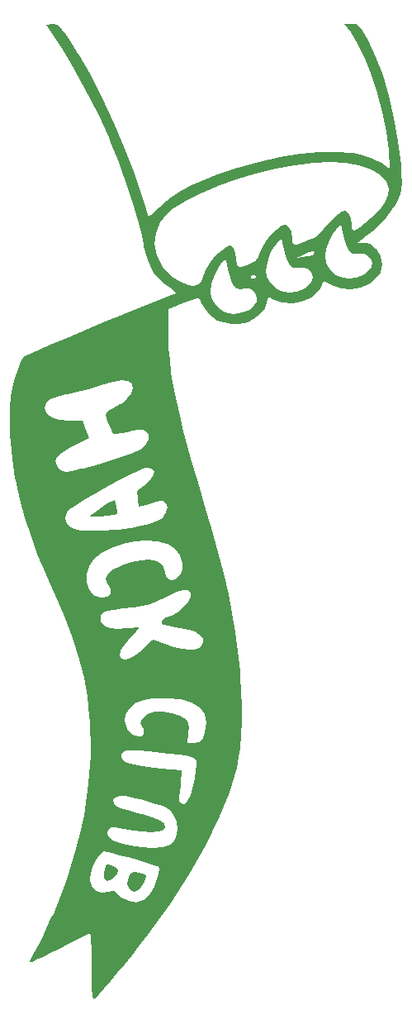
<source format=gbr>
%TF.GenerationSoftware,KiCad,Pcbnew,9.0.6*%
%TF.CreationDate,2025-12-15T19:17:09+00:00*%
%TF.ProjectId,VoltaPCB,566f6c74-6150-4434-922e-6b696361645f,rev?*%
%TF.SameCoordinates,Original*%
%TF.FileFunction,Legend,Bot*%
%TF.FilePolarity,Positive*%
%FSLAX46Y46*%
G04 Gerber Fmt 4.6, Leading zero omitted, Abs format (unit mm)*
G04 Created by KiCad (PCBNEW 9.0.6) date 2025-12-15 19:17:09*
%MOMM*%
%LPD*%
G01*
G04 APERTURE LIST*
%ADD10C,0.000000*%
G04 APERTURE END LIST*
D10*
%TO.C,G\u002A\u002A\u002A*%
G36*
X130304612Y-82593458D02*
G01*
X130395773Y-83013943D01*
X130456860Y-83421530D01*
X130498973Y-83663856D01*
X130440803Y-83765494D01*
X130091812Y-83885143D01*
X129479544Y-83965063D01*
X128659228Y-83995304D01*
X127597612Y-83997746D01*
X128838101Y-83117057D01*
X129065905Y-82958770D01*
X129606980Y-82612696D01*
X130009300Y-82398298D01*
X130198982Y-82356846D01*
X130304612Y-82593458D01*
G37*
G36*
X129635167Y-119692409D02*
G01*
X130068393Y-119846042D01*
X130420525Y-120032511D01*
X130591919Y-120293553D01*
X130456627Y-120630222D01*
X130012385Y-121092920D01*
X129682009Y-121318524D01*
X129345207Y-121330296D01*
X129154814Y-121038959D01*
X129146070Y-120469858D01*
X129169646Y-120307615D01*
X129253536Y-119873274D01*
X129328725Y-119657706D01*
X129360794Y-119645984D01*
X129635167Y-119692409D01*
G37*
G36*
X132739155Y-120537682D02*
G01*
X133044878Y-120610848D01*
X133361177Y-120730298D01*
X133441710Y-120902063D01*
X133360227Y-121205435D01*
X133259968Y-121441627D01*
X132944790Y-121934158D01*
X132575216Y-122307477D01*
X132245825Y-122455493D01*
X132036014Y-122384472D01*
X131718984Y-122131485D01*
X131665858Y-122069105D01*
X131516844Y-121722375D01*
X131587667Y-121242945D01*
X131729955Y-120793532D01*
X131915443Y-120504244D01*
X132215415Y-120441273D01*
X132739155Y-120537682D01*
G37*
G36*
X154510429Y-33555624D02*
G01*
X154964276Y-33604862D01*
X155283104Y-33802470D01*
X155612536Y-34235178D01*
X156214679Y-35253099D01*
X156995669Y-36917262D01*
X157709112Y-38838517D01*
X158338613Y-40959880D01*
X158867780Y-43224369D01*
X159280219Y-45574999D01*
X159559535Y-47954788D01*
X159637363Y-48950396D01*
X159669020Y-49809451D01*
X159630060Y-50474286D01*
X159508574Y-51029739D01*
X159292654Y-51560649D01*
X158970390Y-52151853D01*
X158925537Y-52227526D01*
X158060179Y-53414626D01*
X156951380Y-54546281D01*
X155702183Y-55516410D01*
X155503541Y-55649548D01*
X155165197Y-55883343D01*
X155031408Y-55987201D01*
X155052873Y-55993199D01*
X155310176Y-56006789D01*
X155765206Y-56012215D01*
X156130825Y-56032528D01*
X156581125Y-56191458D01*
X157007730Y-56581577D01*
X157025631Y-56601779D01*
X157511562Y-57378868D01*
X157655180Y-58194870D01*
X157449674Y-59012337D01*
X157082650Y-59572684D01*
X156364162Y-60176717D01*
X155467058Y-60573959D01*
X154469658Y-60743792D01*
X153450285Y-60665595D01*
X152487259Y-60318751D01*
X151642405Y-59865022D01*
X151356134Y-60468295D01*
X151256644Y-60642547D01*
X150848839Y-61139470D01*
X150344686Y-61574115D01*
X150234132Y-61646207D01*
X149385221Y-62004285D01*
X148405166Y-62165356D01*
X147429690Y-62119231D01*
X146594515Y-61855716D01*
X145938608Y-61513442D01*
X145826368Y-62111733D01*
X145591785Y-62672366D01*
X145108175Y-63283870D01*
X144481660Y-63812376D01*
X143812948Y-64155649D01*
X143510026Y-64226209D01*
X142849596Y-64292805D01*
X142149755Y-64286855D01*
X141782794Y-64245969D01*
X140732465Y-63927579D01*
X139900997Y-63329009D01*
X139296277Y-62455323D01*
X139144205Y-62162150D01*
X138907186Y-61785812D01*
X138749426Y-61638591D01*
X138697315Y-61648136D01*
X138367138Y-61752607D01*
X137824427Y-61947822D01*
X137155523Y-62203197D01*
X135713098Y-62767803D01*
X135713098Y-65221625D01*
X135714502Y-65509303D01*
X135752879Y-66724564D01*
X135849019Y-67975650D01*
X136010016Y-69295962D01*
X136242964Y-70718902D01*
X136554958Y-72277872D01*
X136953090Y-74006275D01*
X137276242Y-75276374D01*
X137444456Y-75937513D01*
X138036149Y-78104987D01*
X138735263Y-80542100D01*
X139548893Y-83282253D01*
X140115861Y-85197828D01*
X140808606Y-87658060D01*
X141388307Y-89892311D01*
X141867975Y-91962129D01*
X142260620Y-93929061D01*
X142579254Y-95854657D01*
X142836886Y-97800463D01*
X143046528Y-99828028D01*
X143096743Y-100441778D01*
X143180821Y-101954399D01*
X143219983Y-103520733D01*
X143215155Y-105058942D01*
X143167268Y-106487190D01*
X143077249Y-107723639D01*
X142946027Y-108686453D01*
X142705101Y-109793564D01*
X141954938Y-112294489D01*
X140893084Y-114945114D01*
X139524180Y-117736394D01*
X137852866Y-120659283D01*
X135883784Y-123704735D01*
X133621572Y-126863703D01*
X133298014Y-127289456D01*
X132666546Y-128096843D01*
X131959179Y-128978724D01*
X131213239Y-129890790D01*
X130466050Y-130788734D01*
X129754939Y-131628247D01*
X129117232Y-132365020D01*
X128590253Y-132954746D01*
X128211329Y-133353116D01*
X128017786Y-133515821D01*
X127975028Y-133459880D01*
X127918897Y-133093487D01*
X127877340Y-132406610D01*
X127851539Y-131421884D01*
X127842676Y-130161948D01*
X127840304Y-129464494D01*
X127821550Y-128296347D01*
X127784714Y-127445348D01*
X127730514Y-126924910D01*
X127659671Y-126748450D01*
X127464816Y-126820955D01*
X127002400Y-127035383D01*
X126328320Y-127365664D01*
X125496077Y-127785562D01*
X124559172Y-128268843D01*
X123651505Y-128734162D01*
X122830055Y-129140125D01*
X122169837Y-129450298D01*
X121722334Y-129640510D01*
X121539034Y-129686593D01*
X121531840Y-129655551D01*
X121616669Y-129383393D01*
X121837507Y-128908213D01*
X122158663Y-128309345D01*
X122396246Y-127874422D01*
X122837568Y-127017182D01*
X123307804Y-126057867D01*
X123738498Y-125134068D01*
X123917367Y-124732567D01*
X125225213Y-121424623D01*
X125304247Y-121170556D01*
X127663803Y-121170556D01*
X127665158Y-121243270D01*
X127836098Y-121904403D01*
X128259416Y-122345473D01*
X128886734Y-122535753D01*
X129669674Y-122444518D01*
X129908518Y-122385885D01*
X130236688Y-122404010D01*
X130477693Y-122639127D01*
X130907302Y-123053876D01*
X131613593Y-123399133D01*
X132403191Y-123528732D01*
X132562110Y-123521328D01*
X133180549Y-123317392D01*
X133732238Y-122812913D01*
X134251289Y-121979291D01*
X134305602Y-121869467D01*
X134566698Y-121221547D01*
X134728011Y-120611585D01*
X134770441Y-120134068D01*
X134674891Y-119883482D01*
X134481024Y-119802059D01*
X133988028Y-119638324D01*
X133289026Y-119425803D01*
X132462111Y-119186233D01*
X131585376Y-118941351D01*
X130736913Y-118712893D01*
X129994814Y-118522597D01*
X129437173Y-118392199D01*
X129142082Y-118343437D01*
X128958206Y-118403367D01*
X128617524Y-118728693D01*
X128270754Y-119257937D01*
X127964884Y-119901238D01*
X127746904Y-120568732D01*
X127663803Y-121170556D01*
X125304247Y-121170556D01*
X126272463Y-118058056D01*
X126641883Y-116453032D01*
X129452535Y-116453032D01*
X129460709Y-116562212D01*
X129631573Y-116907442D01*
X130051348Y-117201773D01*
X130756283Y-117464858D01*
X131782626Y-117716349D01*
X132980814Y-117909243D01*
X134148283Y-117964821D01*
X135126433Y-117864147D01*
X135868753Y-117612354D01*
X136328732Y-117214575D01*
X136505104Y-116897173D01*
X136691766Y-116106801D01*
X136534606Y-115254150D01*
X136335544Y-114773357D01*
X135966026Y-114209252D01*
X135478630Y-113839823D01*
X135087687Y-113677355D01*
X134441915Y-113463144D01*
X133648667Y-113228871D01*
X132805424Y-113000852D01*
X132009665Y-112805402D01*
X131358870Y-112668835D01*
X130950518Y-112617464D01*
X130687174Y-112634777D01*
X130237118Y-112801800D01*
X130060587Y-113091405D01*
X130150355Y-113435829D01*
X130499195Y-113767308D01*
X131099881Y-114018078D01*
X131186354Y-114040505D01*
X131783314Y-114195299D01*
X132553376Y-114394953D01*
X133352367Y-114602085D01*
X134117578Y-114826114D01*
X134884706Y-115148162D01*
X135299282Y-115482410D01*
X135364291Y-115831611D01*
X135082717Y-116198518D01*
X135043978Y-116224655D01*
X134643951Y-116322833D01*
X133980629Y-116346146D01*
X133126455Y-116298186D01*
X132153872Y-116182545D01*
X131135321Y-116002815D01*
X131108135Y-115997216D01*
X130315203Y-115873635D01*
X129805451Y-115900253D01*
X129533141Y-116089306D01*
X129452535Y-116453032D01*
X126641883Y-116453032D01*
X127049716Y-114681119D01*
X127547567Y-111342068D01*
X127725423Y-108574523D01*
X130883521Y-108574523D01*
X130885198Y-108621949D01*
X130950518Y-108799857D01*
X130989692Y-108906553D01*
X131280964Y-109143595D01*
X131793203Y-109343457D01*
X132560597Y-109516521D01*
X133617335Y-109673168D01*
X134997605Y-109823779D01*
X137054648Y-110023802D01*
X137033806Y-110560422D01*
X137012057Y-110890946D01*
X136953107Y-111519359D01*
X136874588Y-112210996D01*
X136818780Y-112715414D01*
X136809965Y-113124403D01*
X136885122Y-113338914D01*
X137057445Y-113448219D01*
X137344435Y-113457648D01*
X137695517Y-113161416D01*
X138013554Y-112522975D01*
X138293090Y-111550698D01*
X138424353Y-110880298D01*
X138533251Y-110109752D01*
X138575070Y-109504696D01*
X138576328Y-109371715D01*
X138575710Y-109086346D01*
X138528705Y-108882470D01*
X138384018Y-108738083D01*
X138090352Y-108631180D01*
X137596413Y-108539756D01*
X136850906Y-108441806D01*
X135802535Y-108315326D01*
X135040416Y-108224508D01*
X133724172Y-108082561D01*
X132708004Y-108001473D01*
X131956348Y-107983119D01*
X131433638Y-108029373D01*
X131104307Y-108142109D01*
X130932790Y-108323201D01*
X130883521Y-108574523D01*
X127725423Y-108574523D01*
X127756615Y-108089154D01*
X127667457Y-104970633D01*
X127662912Y-104916158D01*
X131241267Y-104916158D01*
X131275206Y-105286204D01*
X131541092Y-105936793D01*
X131956348Y-106314325D01*
X132023223Y-106375125D01*
X132664123Y-106535774D01*
X132902465Y-106524959D01*
X133150133Y-106410048D01*
X133208873Y-106099148D01*
X133168462Y-105798536D01*
X133030000Y-105551971D01*
X132980078Y-105515247D01*
X132852292Y-105203647D01*
X132975408Y-104797285D01*
X133322432Y-104402278D01*
X133578076Y-104247069D01*
X134292945Y-104052080D01*
X135154113Y-104030223D01*
X136055338Y-104169430D01*
X136890376Y-104457635D01*
X137552984Y-104882772D01*
X137640943Y-104970314D01*
X137781960Y-105220825D01*
X137817586Y-105599428D01*
X137765559Y-106217499D01*
X137645578Y-107251267D01*
X138285074Y-107251267D01*
X138332647Y-107250880D01*
X138856846Y-107151771D01*
X139195888Y-106837182D01*
X139255336Y-106732044D01*
X139442856Y-106224223D01*
X139567467Y-105629788D01*
X139591354Y-105148599D01*
X139402910Y-104301364D01*
X138904068Y-103620647D01*
X138101627Y-103111605D01*
X137002384Y-102779397D01*
X135613135Y-102629180D01*
X135355184Y-102621211D01*
X134137698Y-102648906D01*
X133186262Y-102807923D01*
X132438844Y-103113907D01*
X131833410Y-103582505D01*
X131532079Y-103917093D01*
X131300880Y-104360988D01*
X131241267Y-104916158D01*
X127662912Y-104916158D01*
X127633067Y-104558476D01*
X127399609Y-102471300D01*
X127066445Y-100529316D01*
X126610157Y-98646570D01*
X126007330Y-96737109D01*
X125234544Y-94714978D01*
X125121877Y-94456009D01*
X128737042Y-94456009D01*
X128791139Y-94796412D01*
X129116689Y-95210513D01*
X129142082Y-95220248D01*
X129743521Y-95450819D01*
X130679728Y-95521770D01*
X131276342Y-95501280D01*
X131933270Y-95448350D01*
X132388435Y-95376876D01*
X132574342Y-95336068D01*
X132695939Y-95353270D01*
X132638798Y-95496445D01*
X132380268Y-95809964D01*
X131897698Y-96338198D01*
X131229232Y-97134685D01*
X130831116Y-97783173D01*
X130712090Y-98263859D01*
X130875626Y-98562625D01*
X131325198Y-98665352D01*
X131617547Y-98582316D01*
X132123904Y-98304202D01*
X132717377Y-97891649D01*
X133307426Y-97408478D01*
X133803508Y-96918505D01*
X133963716Y-96747460D01*
X134155785Y-96643380D01*
X134425127Y-96691928D01*
X134896385Y-96889835D01*
X135355184Y-97076140D01*
X135373979Y-97083772D01*
X136256611Y-97372485D01*
X137125464Y-97583600D01*
X137876533Y-97693717D01*
X138405818Y-97679436D01*
X138817711Y-97508923D01*
X139113178Y-97231586D01*
X139252350Y-96914406D01*
X139239609Y-96572203D01*
X138976480Y-96170629D01*
X138805864Y-96013466D01*
X138419201Y-95819198D01*
X137803300Y-95635596D01*
X136894710Y-95440404D01*
X136384061Y-95338555D01*
X135716364Y-95195007D01*
X135242007Y-95079794D01*
X135040216Y-95011249D01*
X135010736Y-94974694D01*
X135021717Y-94724119D01*
X135271964Y-94464782D01*
X135678323Y-94290595D01*
X136033908Y-94179506D01*
X136682440Y-93825238D01*
X137265694Y-93337481D01*
X137718790Y-92787103D01*
X137976851Y-92244969D01*
X137974998Y-91781945D01*
X137749314Y-91561632D01*
X137276242Y-91547509D01*
X136552763Y-91762598D01*
X135568328Y-92208768D01*
X135566566Y-92209654D01*
X134639401Y-92652178D01*
X133837333Y-92966257D01*
X133039657Y-93185006D01*
X132125667Y-93341538D01*
X130974659Y-93468967D01*
X130104623Y-93567552D01*
X129427680Y-93698995D01*
X129009047Y-93875471D01*
X128796307Y-94120102D01*
X128737042Y-94456009D01*
X125121877Y-94456009D01*
X124268384Y-92494225D01*
X123262169Y-90225462D01*
X123162780Y-89984235D01*
X127319043Y-89984235D01*
X127321069Y-90805157D01*
X127559464Y-91514759D01*
X128012217Y-92045285D01*
X128657317Y-92328975D01*
X128967730Y-92357367D01*
X129482553Y-92227529D01*
X129776639Y-91901368D01*
X129804530Y-91451459D01*
X129520771Y-90950376D01*
X129441057Y-90848319D01*
X129316663Y-90383421D01*
X129504140Y-89904650D01*
X129979852Y-89487329D01*
X130056067Y-89443112D01*
X130962804Y-89015729D01*
X131939208Y-88704708D01*
X132908086Y-88520204D01*
X133792241Y-88472369D01*
X134514479Y-88571358D01*
X134997605Y-88827323D01*
X135234938Y-89198898D01*
X135355352Y-89715396D01*
X135447167Y-90146770D01*
X135743414Y-90452147D01*
X136155799Y-90521545D01*
X136592354Y-90343918D01*
X136961112Y-89908223D01*
X137116655Y-89486486D01*
X137129356Y-88732396D01*
X136867341Y-87985006D01*
X136366990Y-87330046D01*
X135664685Y-86853246D01*
X135561590Y-86808645D01*
X134576905Y-86546562D01*
X133446722Y-86479262D01*
X132242264Y-86587175D01*
X131034752Y-86850727D01*
X129895405Y-87250346D01*
X128895446Y-87766461D01*
X128106095Y-88379498D01*
X127598572Y-89069887D01*
X127575400Y-89119753D01*
X127319043Y-89984235D01*
X123162780Y-89984235D01*
X122372737Y-88066717D01*
X121631059Y-86068849D01*
X121017847Y-84177379D01*
X125142706Y-84177379D01*
X125281213Y-84720329D01*
X125740915Y-85166574D01*
X126028691Y-85314364D01*
X126375268Y-85416323D01*
X126845539Y-85473870D01*
X127517397Y-85496326D01*
X128468732Y-85493012D01*
X128647773Y-85490253D01*
X130583829Y-85372367D01*
X132314507Y-85103477D01*
X132536558Y-85055572D01*
X133446722Y-84847990D01*
X133491095Y-84837870D01*
X134170140Y-84653046D01*
X134638264Y-84477814D01*
X134960040Y-84288891D01*
X135200040Y-84062992D01*
X135505571Y-83615218D01*
X135626126Y-83092527D01*
X135438083Y-82675045D01*
X135284727Y-82529124D01*
X135101401Y-82426568D01*
X134849958Y-82422767D01*
X134439254Y-82520282D01*
X133778146Y-82721674D01*
X132705687Y-83055460D01*
X132582393Y-82233279D01*
X132557923Y-82062268D01*
X132529649Y-81612644D01*
X132624953Y-81348430D01*
X132878705Y-81141095D01*
X133202530Y-80917280D01*
X133790996Y-80396649D01*
X134146405Y-79904259D01*
X134252935Y-79483148D01*
X134094760Y-79176354D01*
X133656056Y-79026915D01*
X133473756Y-79037032D01*
X133100986Y-79142066D01*
X132559391Y-79367565D01*
X131814565Y-79729561D01*
X130832103Y-80244083D01*
X129577599Y-80927162D01*
X129112936Y-81184704D01*
X128092599Y-81760536D01*
X127178864Y-82289967D01*
X126423771Y-82742090D01*
X125879360Y-83086001D01*
X125597670Y-83290793D01*
X125330855Y-83609225D01*
X125142706Y-84177379D01*
X121017847Y-84177379D01*
X121012502Y-84160893D01*
X120492429Y-82271880D01*
X120046208Y-80330845D01*
X120011595Y-80161529D01*
X119781134Y-78770693D01*
X119607870Y-77245212D01*
X119496929Y-75681620D01*
X119453439Y-74176451D01*
X119479230Y-72979203D01*
X123049137Y-72979203D01*
X123236305Y-73494539D01*
X123740994Y-73911499D01*
X124549518Y-74162033D01*
X125652913Y-74241794D01*
X126951179Y-74234433D01*
X127279495Y-75114558D01*
X127607811Y-75994684D01*
X126057199Y-76770923D01*
X125536356Y-77043944D01*
X124770961Y-77527446D01*
X124319523Y-77966887D01*
X124159534Y-78388007D01*
X124268488Y-78816545D01*
X124445340Y-79089253D01*
X124753065Y-79331030D01*
X125191491Y-79416503D01*
X125828367Y-79355005D01*
X126731442Y-79155869D01*
X127000432Y-79087906D01*
X128505533Y-78681849D01*
X129884289Y-78267103D01*
X131091846Y-77859626D01*
X132083352Y-77475378D01*
X132813954Y-77130319D01*
X133238801Y-76840407D01*
X133470746Y-76566786D01*
X133656056Y-76163300D01*
X133714748Y-76035506D01*
X133686761Y-75563489D01*
X133379949Y-75228784D01*
X133322899Y-75201669D01*
X132982048Y-75137189D01*
X132460277Y-75178503D01*
X131678704Y-75330317D01*
X131566166Y-75354884D01*
X130909571Y-75479268D01*
X130393484Y-75546473D01*
X130121360Y-75542410D01*
X129986655Y-75397647D01*
X129771355Y-74991852D01*
X129551540Y-74432845D01*
X129385146Y-73959642D01*
X129302232Y-73637017D01*
X129349468Y-73405124D01*
X129569917Y-73193495D01*
X130006644Y-72931664D01*
X130702713Y-72549164D01*
X130936473Y-72405568D01*
X131500307Y-71926023D01*
X131903427Y-71387613D01*
X132095972Y-70869308D01*
X132028081Y-70450075D01*
X131998210Y-70406608D01*
X131607855Y-70154942D01*
X130955232Y-70099112D01*
X130028281Y-70239594D01*
X128814943Y-70576865D01*
X128565694Y-70655064D01*
X127505533Y-70963525D01*
X126369881Y-71264793D01*
X125365318Y-71503385D01*
X125240607Y-71530687D01*
X124289527Y-71766384D01*
X123642003Y-71999032D01*
X123250873Y-72258683D01*
X123068972Y-72575390D01*
X123049137Y-72979203D01*
X119479230Y-72979203D01*
X119482525Y-72826239D01*
X119589314Y-71727518D01*
X119753409Y-70844140D01*
X119997850Y-69835773D01*
X120275395Y-68924728D01*
X120559501Y-68196798D01*
X120823625Y-67737782D01*
X120844197Y-67719158D01*
X121132077Y-67556492D01*
X121711900Y-67278779D01*
X122550321Y-66900040D01*
X123613996Y-66434297D01*
X124869581Y-65895572D01*
X126283731Y-65297885D01*
X127823104Y-64655258D01*
X129454355Y-63981712D01*
X130955232Y-63368456D01*
X131144140Y-63291269D01*
X132859115Y-62597950D01*
X134565936Y-61915776D01*
X136231258Y-61258770D01*
X136448621Y-61161893D01*
X136501885Y-61053711D01*
X136405650Y-60963845D01*
X140006056Y-60963845D01*
X140112971Y-61596739D01*
X140510014Y-62335163D01*
X141132698Y-62897945D01*
X141537994Y-63090412D01*
X142370545Y-63244578D01*
X143223058Y-63154544D01*
X143987657Y-62838667D01*
X144556465Y-62315305D01*
X144747704Y-62000839D01*
X144806953Y-61630804D01*
X144621890Y-61191408D01*
X144352075Y-60819127D01*
X144003609Y-60660507D01*
X143460670Y-60694861D01*
X143155102Y-60725040D01*
X142760933Y-60657487D01*
X142448661Y-60410213D01*
X142187853Y-59939268D01*
X142073695Y-59587635D01*
X144156039Y-59587635D01*
X144201651Y-59624062D01*
X144456029Y-59666471D01*
X144672765Y-59559029D01*
X144692047Y-59367399D01*
X144592750Y-59271743D01*
X144299473Y-59312955D01*
X144180791Y-59414348D01*
X144156039Y-59587635D01*
X142073695Y-59587635D01*
X141948076Y-59200701D01*
X141857118Y-58817366D01*
X145730000Y-58817366D01*
X145836915Y-59450260D01*
X146233958Y-60188684D01*
X146856641Y-60751466D01*
X147261938Y-60943933D01*
X148094488Y-61098099D01*
X148947001Y-61008065D01*
X149711600Y-60692188D01*
X150280409Y-60168826D01*
X150471648Y-59854360D01*
X150530896Y-59484325D01*
X150345833Y-59044929D01*
X150076019Y-58672648D01*
X149727553Y-58514028D01*
X149184614Y-58548382D01*
X148879046Y-58578561D01*
X148484877Y-58511008D01*
X148172605Y-58263735D01*
X147911797Y-57792789D01*
X147822641Y-57518170D01*
X148860281Y-57518170D01*
X149486338Y-57447420D01*
X149512892Y-57444342D01*
X149863509Y-57386380D01*
X151811690Y-57386380D01*
X151918605Y-58019274D01*
X152315648Y-58757698D01*
X152938332Y-59320481D01*
X153343628Y-59512947D01*
X154176178Y-59667113D01*
X155028691Y-59577079D01*
X155793291Y-59261202D01*
X156362099Y-58737840D01*
X156553338Y-58423374D01*
X156612586Y-58053339D01*
X156427524Y-57613943D01*
X156157709Y-57241662D01*
X155809243Y-57083042D01*
X155266304Y-57117396D01*
X154960736Y-57147575D01*
X154566567Y-57080022D01*
X154254295Y-56832749D01*
X153993487Y-56361803D01*
X153753710Y-55623237D01*
X153504531Y-54573098D01*
X153388454Y-54036478D01*
X152874937Y-54647926D01*
X152676530Y-54911955D01*
X152238471Y-55713808D01*
X151928987Y-56593227D01*
X151811690Y-57386380D01*
X149863509Y-57386380D01*
X150033452Y-57358286D01*
X150425422Y-57252578D01*
X150594528Y-57158130D01*
X150738450Y-56956696D01*
X150738102Y-56947931D01*
X150583874Y-56870222D01*
X150143448Y-56978778D01*
X149408452Y-57275609D01*
X148860281Y-57518170D01*
X147822641Y-57518170D01*
X147672020Y-57054223D01*
X147422841Y-56004084D01*
X147306764Y-55467464D01*
X146793247Y-56078912D01*
X146594840Y-56342940D01*
X146156781Y-57144793D01*
X145847297Y-58024213D01*
X145730000Y-58817366D01*
X141857118Y-58817366D01*
X141698898Y-58150563D01*
X141582821Y-57613943D01*
X141069303Y-58225391D01*
X140870897Y-58489419D01*
X140432837Y-59291272D01*
X140123353Y-60170692D01*
X140006056Y-60963845D01*
X136405650Y-60963845D01*
X136320522Y-60884351D01*
X135869996Y-60589865D01*
X135130157Y-60042298D01*
X134211290Y-59020111D01*
X133575621Y-57784881D01*
X133216069Y-56325229D01*
X133206676Y-56261068D01*
X133178623Y-56117723D01*
X134305807Y-56117723D01*
X134544985Y-57286595D01*
X135134853Y-58457693D01*
X135564474Y-58960617D01*
X136254559Y-59537395D01*
X137021422Y-60018283D01*
X137725422Y-60303770D01*
X138257801Y-60385441D01*
X138733314Y-60275190D01*
X139080712Y-59894062D01*
X139364412Y-59198621D01*
X139591410Y-58610421D01*
X140005126Y-57935756D01*
X140639165Y-57225813D01*
X140649532Y-57215465D01*
X141184135Y-56731602D01*
X141582821Y-56446036D01*
X141650986Y-56397212D01*
X141966423Y-56272394D01*
X142038229Y-56278594D01*
X142373175Y-56501159D01*
X142603733Y-56989476D01*
X142691894Y-57670306D01*
X142692119Y-57698328D01*
X142743614Y-58197986D01*
X142923692Y-58431774D01*
X143290862Y-58425509D01*
X143903632Y-58205011D01*
X144278416Y-58037927D01*
X144592750Y-57839882D01*
X144676390Y-57787185D01*
X144921348Y-57453146D01*
X145128264Y-56914664D01*
X145340715Y-56444163D01*
X145750709Y-55810069D01*
X146259739Y-55186019D01*
X146798738Y-54647191D01*
X147298636Y-54268764D01*
X147306764Y-54265800D01*
X147690367Y-54125915D01*
X147770984Y-54133583D01*
X148104535Y-54363098D01*
X148330162Y-54860865D01*
X148413098Y-55557989D01*
X148455088Y-55937284D01*
X148565848Y-56166812D01*
X148575624Y-56171145D01*
X148833208Y-56143217D01*
X149314587Y-56004801D01*
X149924034Y-55782951D01*
X150144412Y-55693286D01*
X150583874Y-55479203D01*
X150804940Y-55371511D01*
X151266567Y-55018895D01*
X151648606Y-54550148D01*
X151831837Y-54300025D01*
X152356998Y-53700957D01*
X152917932Y-53187902D01*
X153388454Y-52861241D01*
X153433979Y-52829635D01*
X153824478Y-52694929D01*
X153929181Y-52713312D01*
X154215959Y-52973967D01*
X154418219Y-53474518D01*
X154494788Y-54127003D01*
X154538125Y-54506945D01*
X154652637Y-54738978D01*
X154668746Y-54746271D01*
X154929496Y-54675021D01*
X155360577Y-54399735D01*
X155899522Y-53975477D01*
X156483864Y-53457310D01*
X157051138Y-52900299D01*
X157538876Y-52359508D01*
X157884613Y-51890000D01*
X158252031Y-51110307D01*
X158328339Y-50381801D01*
X158085263Y-49712912D01*
X158011974Y-49601763D01*
X157361730Y-48958975D01*
X156422074Y-48429708D01*
X155241174Y-48030927D01*
X153867197Y-47779592D01*
X152348310Y-47692666D01*
X152308479Y-47692743D01*
X150593163Y-47781994D01*
X148705706Y-48026179D01*
X146712346Y-48405799D01*
X144679318Y-48901353D01*
X142672856Y-49493343D01*
X140759197Y-50162269D01*
X139004576Y-50888632D01*
X137475229Y-51652931D01*
X136237391Y-52435668D01*
X135634116Y-52942861D01*
X134856202Y-53914016D01*
X134411489Y-54982917D01*
X134305807Y-56117723D01*
X133178623Y-56117723D01*
X133007528Y-55243450D01*
X132684522Y-53966613D01*
X132257621Y-52493518D01*
X131746783Y-50887124D01*
X131171969Y-49210390D01*
X130553139Y-47526278D01*
X129910253Y-45897746D01*
X129531129Y-45004710D01*
X128680912Y-43153775D01*
X127717063Y-41213979D01*
X126695633Y-39292596D01*
X125672673Y-37496897D01*
X124704233Y-35934156D01*
X123207035Y-33644929D01*
X123777253Y-33585810D01*
X124020353Y-33577879D01*
X124274556Y-33639151D01*
X124534433Y-33813167D01*
X124835266Y-34138967D01*
X125212337Y-34655590D01*
X125700927Y-35402076D01*
X126336318Y-36417464D01*
X126484673Y-36658882D01*
X127720584Y-38815018D01*
X128958473Y-41214184D01*
X130153717Y-43757520D01*
X131261696Y-46346166D01*
X132237787Y-48881260D01*
X133037370Y-51263943D01*
X133235388Y-51904385D01*
X133446941Y-52573703D01*
X133603263Y-53050927D01*
X133680163Y-53260899D01*
X133702407Y-53267183D01*
X133915215Y-53137882D01*
X134294701Y-52820421D01*
X134777399Y-52366533D01*
X135121926Y-52039602D01*
X135987043Y-51328629D01*
X136955746Y-50697847D01*
X138110449Y-50097179D01*
X139533563Y-49476551D01*
X140720714Y-49016828D01*
X142848944Y-48304132D01*
X145022597Y-47704515D01*
X147182318Y-47228684D01*
X149268752Y-46887348D01*
X151222544Y-46691215D01*
X152348310Y-46665514D01*
X152984342Y-46650993D01*
X154494788Y-46777391D01*
X154655713Y-46804273D01*
X155674726Y-47044532D01*
X156668315Y-47383495D01*
X157526110Y-47778463D01*
X158137739Y-48186735D01*
X158281538Y-48305858D01*
X158387998Y-48330468D01*
X158428849Y-48168900D01*
X158415184Y-47764451D01*
X158358096Y-47060422D01*
X158307155Y-46535068D01*
X158033347Y-44611266D01*
X157629904Y-42639633D01*
X157117964Y-40687763D01*
X156518667Y-38823252D01*
X155853152Y-37113693D01*
X155142558Y-35626682D01*
X154408026Y-34429811D01*
X153779890Y-33555493D01*
X154471316Y-33555493D01*
X154510429Y-33555624D01*
G37*
%TD*%
M02*

</source>
